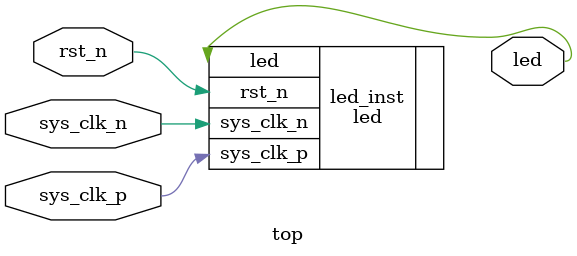
<source format=v>
`timescale 1ns / 1ps


module top
	(
	input sys_clk_p,
    input sys_clk_n,
    input rst_n,
	output   led		
    );



//Instantiate led module
 led led_inst
	(
    .sys_clk_p  (sys_clk_p),
    .sys_clk_n  (sys_clk_n),
    .rst_n    (rst_n  ),
    .led      (led    )
	);
 
 
 
//Instantiate ps block
design_1_wrapper ps_block
    (	 );
		
endmodule		
</source>
